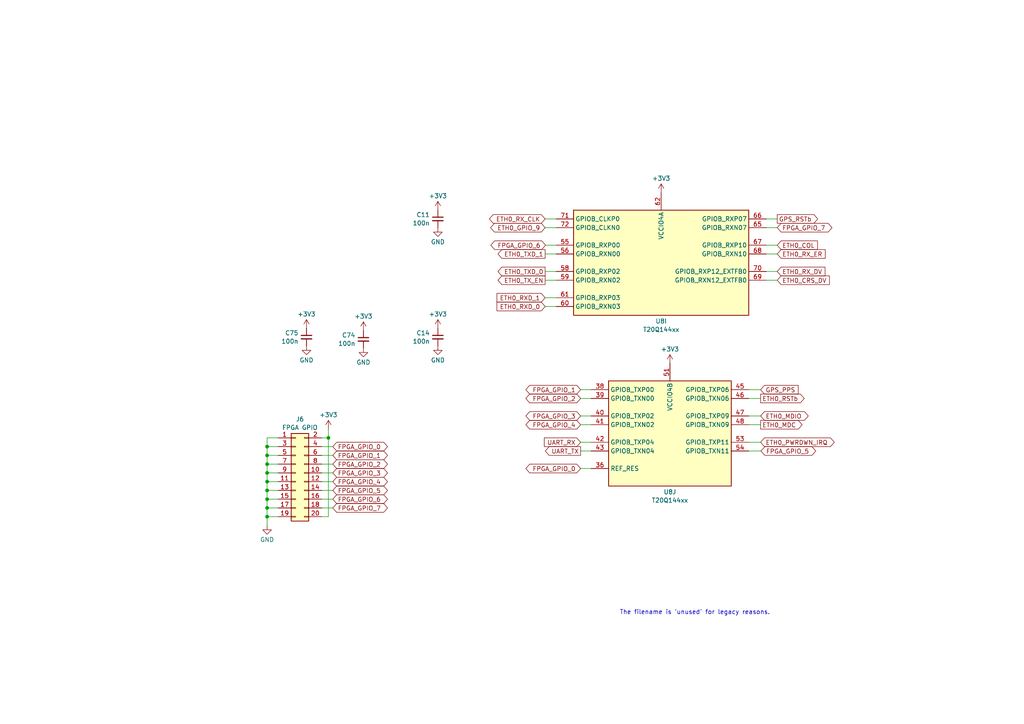
<source format=kicad_sch>
(kicad_sch (version 20230121) (generator eeschema)
  (paper "A4")
  (lib_symbols
    (symbol "Connector_Generic:Conn_02x10_Odd_Even" (pin_names (offset 1.016) hide)
      (property "Reference" "J" (at 1.27 12.7 0))
      (property "Value" "Conn_02x10_Odd_Even" (at 1.27 -15.24 0))
      (symbol "Conn_02x10_Odd_Even_1_1"
        (rectangle (start -1.27 -12.573) (end 0 -12.827) (stroke (width 0.1524)))
        (rectangle (start -1.27 -10.033) (end 0 -10.287) (stroke (width 0.1524)))
        (rectangle (start -1.27 -7.493) (end 0 -7.747) (stroke (width 0.1524)))
        (rectangle (start -1.27 -4.953) (end 0 -5.207) (stroke (width 0.1524)))
        (rectangle (start -1.27 -2.413) (end 0 -2.667) (stroke (width 0.1524)))
        (rectangle (start -1.27 0.127) (end 0 -0.127) (stroke (width 0.1524)))
        (rectangle (start -1.27 2.667) (end 0 2.413) (stroke (width 0.1524)))
        (rectangle (start -1.27 5.207) (end 0 4.953) (stroke (width 0.1524)))
        (rectangle (start -1.27 7.747) (end 0 7.493) (stroke (width 0.1524)))
        (rectangle (start -1.27 10.287) (end 0 10.033) (stroke (width 0.1524)))
        (rectangle (start -1.27 11.43) (end 3.81 -13.97) (stroke (width 0.254)) (fill (type background)))
        (rectangle (start 3.81 -12.573) (end 2.54 -12.827) (stroke (width 0.1524)))
        (rectangle (start 3.81 -10.033) (end 2.54 -10.287) (stroke (width 0.1524)))
        (rectangle (start 3.81 -7.493) (end 2.54 -7.747) (stroke (width 0.1524)))
        (rectangle (start 3.81 -4.953) (end 2.54 -5.207) (stroke (width 0.1524)))
        (rectangle (start 3.81 -2.413) (end 2.54 -2.667) (stroke (width 0.1524)))
        (rectangle (start 3.81 0.127) (end 2.54 -0.127) (stroke (width 0.1524)))
        (rectangle (start 3.81 2.667) (end 2.54 2.413) (stroke (width 0.1524)))
        (rectangle (start 3.81 5.207) (end 2.54 4.953) (stroke (width 0.1524)))
        (rectangle (start 3.81 7.747) (end 2.54 7.493) (stroke (width 0.1524)))
        (rectangle (start 3.81 10.287) (end 2.54 10.033) (stroke (width 0.1524)))
        (pin passive line (at -5.08 10.16 0) (length 3.81) (name "Pin_1") (number "1"))
        (pin passive line (at 7.62 0 180) (length 3.81) (name "Pin_10") (number "10"))
        (pin passive line (at -5.08 -2.54 0) (length 3.81) (name "Pin_11") (number "11"))
        (pin passive line (at 7.62 -2.54 180) (length 3.81) (name "Pin_12") (number "12"))
        (pin passive line (at -5.08 -5.08 0) (length 3.81) (name "Pin_13") (number "13"))
        (pin passive line (at 7.62 -5.08 180) (length 3.81) (name "Pin_14") (number "14"))
        (pin passive line (at -5.08 -7.62 0) (length 3.81) (name "Pin_15") (number "15"))
        (pin passive line (at 7.62 -7.62 180) (length 3.81) (name "Pin_16") (number "16"))
        (pin passive line (at -5.08 -10.16 0) (length 3.81) (name "Pin_17") (number "17"))
        (pin passive line (at 7.62 -10.16 180) (length 3.81) (name "Pin_18") (number "18"))
        (pin passive line (at -5.08 -12.7 0) (length 3.81) (name "Pin_19") (number "19"))
        (pin passive line (at 7.62 10.16 180) (length 3.81) (name "Pin_2") (number "2"))
        (pin passive line (at 7.62 -12.7 180) (length 3.81) (name "Pin_20") (number "20"))
        (pin passive line (at -5.08 7.62 0) (length 3.81) (name "Pin_3") (number "3"))
        (pin passive line (at 7.62 7.62 180) (length 3.81) (name "Pin_4") (number "4"))
        (pin passive line (at -5.08 5.08 0) (length 3.81) (name "Pin_5") (number "5"))
        (pin passive line (at 7.62 5.08 180) (length 3.81) (name "Pin_6") (number "6"))
        (pin passive line (at -5.08 2.54 0) (length 3.81) (name "Pin_7") (number "7"))
        (pin passive line (at 7.62 2.54 180) (length 3.81) (name "Pin_8") (number "8"))
        (pin passive line (at -5.08 0 0) (length 3.81) (name "Pin_9") (number "9"))
      )
    )
    (symbol "Device:C_Small" (pin_numbers hide) (pin_names (offset 0.254) hide)
      (property "Reference" "C" (at 0.254 1.778 0))
      (property "Value" "C_Small" (at 0.254 -2.032 0))
      (symbol "C_Small_0_1"
        (polyline (pts (xy -1.524 -0.508) (xy 1.524 -0.508)) (stroke (width 0.3302)))
        (polyline (pts (xy -1.524 0.508) (xy 1.524 0.508)) (stroke (width 0.3048)))
      )
      (symbol "C_Small_1_1"
        (pin passive line (at 0 2.54 270) (length 2.032) (name "~") (number "1"))
        (pin passive line (at 0 -2.54 90) (length 2.032) (name "~") (number "2"))
      )
    )
    (symbol "FPGA_Efinix_Trion:T8Q144xx"
      (property "Reference" "U" (at -24.13 16.51 0))
      (property "Value" "T8Q144xx" (at 19.05 -16.51 0))
      (symbol "T8Q144xx_1_1"
        (rectangle (start -17.78 12.7) (end 17.78 -12.7) (stroke (width 0.254)) (fill (type background)))
        (pin power_in line (at 0 17.78 270) (length 5.08) (name "VCCIO1A") (number "23"))
        (pin output line (at -22.86 -5.08 0) (length 5.08) (name "TDO") (number "24"))
        (pin input line (at -22.86 -7.62 0) (length 5.08) (name "TMS") (number "25"))
        (pin input line (at -22.86 0 0) (length 5.08) (name "TCK") (number "26"))
        (pin input line (at -22.86 -2.54 0) (length 5.08) (name "TDI") (number "27"))
        (pin bidirectional line (at 22.86 -2.54 180) (length 5.08) (name "GPIOL_09_CDI1") (number "28"))
        (pin bidirectional line (at 22.86 0 180) (length 5.08) (name "GPIOL_08_CDI0") (number "29"))
        (pin bidirectional line (at 22.86 7.62 180) (length 5.08) (name "GPIOL_01_CCK") (number "30"))
        (pin bidirectional line (at 22.86 10.16 180) (length 5.08) (name "GPIOL_00_SS_N") (number "31"))
        (pin bidirectional line (at 22.86 5.08 180) (length 5.08) (name "GPIOL_04_CSI") (number "32"))
        (pin bidirectional line (at 22.86 2.54 180) (length 5.08) (name "GPIOL_05_CSO") (number "33"))
        (pin bidirectional line (at -22.86 10.16 0) (length 5.08) (name "CDONE") (number "34"))
        (pin bidirectional line (at -22.86 5.08 0) (length 5.08) (name "CRESET_N") (number "35"))
      )
      (symbol "T8Q144xx_2_1"
        (rectangle (start -22.86 7.62) (end 22.86 -7.62) (stroke (width 0.254)) (fill (type background)))
        (pin bidirectional line (at 27.94 0 180) (length 5.08) (name "GPIOL_25_CLK1") (number "14"))
        (pin bidirectional line (at 27.94 2.54 180) (length 5.08) (name "GPIOL_24_CLK0") (number "15"))
        (pin bidirectional line (at 27.94 5.08 180) (length 5.08) (name "GPIOL_22_CTRL2") (number "16"))
        (pin bidirectional line (at -27.94 -2.54 0) (length 5.08) (name "GPIOL_21_CTRL1_CDI5") (number "17"))
        (pin bidirectional line (at -27.94 0 0) (length 5.08) (name "GPIOL_20_CTRL0_CDI4") (number "18"))
        (pin bidirectional line (at -27.94 2.54 0) (length 5.08) (name "GPIOL_13_CDI3") (number "19"))
        (pin bidirectional line (at -27.94 5.08 0) (length 5.08) (name "GPIOL_12_CDI2") (number "20"))
        (pin power_in line (at 0 12.7 270) (length 5.08) (name "VCCIO1B") (number "21"))
      )
      (symbol "T8Q144xx_3_1"
        (rectangle (start -22.86 7.62) (end 22.86 -7.62) (stroke (width 0.254)) (fill (type background)))
        (pin bidirectional line (at -27.94 2.54 0) (length 5.08) (name "GPIOL_32_CTRL4_CDI7") (number "10"))
        (pin bidirectional line (at -27.94 5.08 0) (length 5.08) (name "GPIOL_31_CLK7_CDI6") (number "11"))
        (pin power_in line (at 0 12.7 270) (length 5.08) (name "VCCIO1C_1D") (number "12"))
        (pin bidirectional line (at 27.94 2.54 180) (length 5.08) (name "GPIOL_53_CDI10") (number "3"))
        (pin bidirectional line (at 27.94 0 180) (length 5.08) (name "GPIOL_54_CDI11") (number "4"))
        (pin bidirectional line (at 27.94 5.08 180) (length 5.08) (name "GPIOL_46") (number "6"))
        (pin bidirectional line (at -27.94 -2.54 0) (length 5.08) (name "GPIOL_41_CDI9") (number "7"))
        (pin bidirectional line (at -27.94 0 0) (length 5.08) (name "GPIOL_40_CDI8") (number "8"))
      )
      (symbol "T8Q144xx_4_1"
        (rectangle (start -25.4 10.16) (end 25.4 -10.16) (stroke (width 0.254)) (fill (type background)))
        (pin bidirectional line (at 30.48 -5.08 180) (length 5.08) (name "GPIOL_75_PLLIN1") (number "131"))
        (pin bidirectional line (at 30.48 -2.54 180) (length 5.08) (name "GPIOL_74_PLLIN0") (number "132"))
        (pin bidirectional line (at 30.48 0 180) (length 5.08) (name "GPIOL_73_EXTFB1_CDI15") (number "134"))
        (pin bidirectional line (at 30.48 2.54 180) (length 5.08) (name "GPIOL_72_EXTFB0_CDI14") (number "135"))
        (pin bidirectional line (at 30.48 5.08 180) (length 5.08) (name "GPIOL_71_NSTATUS") (number "136"))
        (pin bidirectional line (at 30.48 7.62 180) (length 5.08) (name "GPIOL_70_CBSEL0") (number "137"))
        (pin bidirectional line (at -30.48 -5.08 0) (length 5.08) (name "GPIOL_69_CBSEL1") (number "138"))
        (pin bidirectional line (at -30.48 -2.54 0) (length 5.08) (name "GPIOL_68") (number "139"))
        (pin bidirectional line (at -30.48 0 0) (length 5.08) (name "GPIOL_67_CDI13") (number "140"))
        (pin bidirectional line (at -30.48 5.08 0) (length 5.08) (name "GPIOL_65") (number "141"))
        (pin bidirectional line (at -30.48 2.54 0) (length 5.08) (name "GPIOL_66_CDI12") (number "142"))
        (pin power_in line (at 0 15.24 270) (length 5.08) (name "VCCIO1E") (number "143"))
        (pin bidirectional line (at -30.48 7.62 0) (length 5.08) (name "GPIOL_64") (number "144"))
      )
      (symbol "T8Q144xx_5_1"
        (rectangle (start -25.4 10.16) (end 25.4 -10.16) (stroke (width 0.254)) (fill (type background)))
        (pin bidirectional line (at 30.48 -5.08 180) (length 5.08) (name "GPIOR_88_CDI28") (number "109"))
        (pin bidirectional line (at 30.48 -2.54 180) (length 5.08) (name "GPIOR_87_CDI29") (number "110"))
        (pin bidirectional line (at 30.48 2.54 180) (length 5.08) (name "GPIOR_85") (number "111"))
        (pin bidirectional line (at 30.48 0 180) (length 5.08) (name "GPIOR_86") (number "112"))
        (pin bidirectional line (at 30.48 5.08 180) (length 5.08) (name "GPIOR_84") (number "113"))
        (pin bidirectional line (at 30.48 7.62 180) (length 5.08) (name "GPIOR_83") (number "114"))
        (pin bidirectional line (at -30.48 -7.62 0) (length 5.08) (name "GPIOR_82") (number "115"))
        (pin bidirectional line (at -30.48 -5.08 0) (length 5.08) (name "GPIOR_81_MREFCLK") (number "116"))
        (pin bidirectional line (at -30.48 -2.54 0) (length 5.08) (name "GPIOR_80") (number "117"))
        (pin bidirectional line (at -30.48 0 0) (length 5.08) (name "GPIOR_79_EXTFB1_CDI30") (number "118"))
        (pin bidirectional line (at -30.48 2.54 0) (length 5.08) (name "GPIOR_78_EXTFB0_CDI31") (number "119"))
        (pin power_in line (at 0 15.24 270) (length 5.08) (name "VCCIO3A") (number "122"))
        (pin bidirectional line (at -30.48 5.08 0) (length 5.08) (name "GPIOR_77_PLLIN1") (number "123"))
        (pin bidirectional line (at -30.48 7.62 0) (length 5.08) (name "GPIOR_76_PLLIN0") (number "124"))
      )
      (symbol "T8Q144xx_6_1"
        (rectangle (start -25.4 7.62) (end 25.4 -7.62) (stroke (width 0.254)) (fill (type background)))
        (pin bidirectional line (at 30.48 5.08 180) (length 5.08) (name "GPIOR_113_CDI22") (number "100"))
        (pin bidirectional line (at -30.48 -5.08 0) (length 5.08) (name "GPIOR_112_CDI23") (number "101"))
        (pin bidirectional line (at -30.48 2.54 0) (length 5.08) (name "GPIOR_105_CDI24") (number "102"))
        (pin bidirectional line (at -30.48 5.08 0) (length 5.08) (name "GPIOR_104_CDI25") (number "103"))
        (pin bidirectional line (at -30.48 -2.54 0) (length 5.08) (name "GPIOR_95_CDI26") (number "105"))
        (pin bidirectional line (at -30.48 0 0) (length 5.08) (name "GPIOR_94_CDI27") (number "106"))
        (pin bidirectional line (at 30.48 -5.08 180) (length 5.08) (name "GPIOR_123_CLK12_CDI20") (number "93"))
        (pin power_in line (at 0 12.7 270) (length 5.08) (name "VCCIO3B_3C") (number "95"))
        (pin bidirectional line (at 30.48 -2.54 180) (length 5.08) (name "GPIOR_122_CLK13_CDI21") (number "97"))
        (pin bidirectional line (at 30.48 0 180) (length 5.08) (name "GPIOR_117_CTRL14") (number "98"))
        (pin bidirectional line (at 30.48 2.54 180) (length 5.08) (name "GPIOR_116_CTRL15") (number "99"))
      )
      (symbol "T8Q144xx_7_1"
        (rectangle (start -22.86 7.62) (end 22.86 -7.62) (stroke (width 0.254)) (fill (type background)))
        (pin bidirectional line (at 27.94 -2.54 180) (length 5.08) (name "GPIOR_139") (number "81"))
        (pin bidirectional line (at 27.94 0 180) (length 5.08) (name "GPIOR_138") (number "82"))
        (pin bidirectional line (at 27.94 2.54 180) (length 5.08) (name "GPIOR_136_CDI16") (number "83"))
        (pin bidirectional line (at 27.94 5.08 180) (length 5.08) (name "GPIOR_135_CDI17") (number "84"))
        (pin bidirectional line (at -27.94 -5.08 0) (length 5.08) (name "GPIOR_133_CDI18") (number "86"))
        (pin bidirectional line (at -27.94 -2.54 0) (length 5.08) (name "GPIOR_132_CDI19") (number "87"))
        (pin bidirectional line (at -27.94 0 0) (length 5.08) (name "GPIOR_129_CTRL10") (number "89"))
        (pin bidirectional line (at -27.94 2.54 0) (length 5.08) (name "GPIOR_128_CTRL11") (number "90"))
        (pin power_in line (at 0 12.7 270) (length 5.08) (name "VCCIO3D") (number "91"))
        (pin bidirectional line (at -27.94 5.08 0) (length 5.08) (name "GPIOR_125_CLK10") (number "92"))
      )
      (symbol "T8Q144xx_8_1"
        (rectangle (start -22.86 7.62) (end 22.86 -7.62) (stroke (width 0.254)) (fill (type background)))
        (pin bidirectional line (at 27.94 0 180) (length 5.08) (name "GPIOR_158_TEST_N") (number "74"))
        (pin bidirectional line (at 27.94 2.54 180) (length 5.08) (name "GPIOR_157_PLLIN") (number "75"))
        (pin bidirectional line (at 27.94 5.08 180) (length 5.08) (name "GPIOR_155") (number "76"))
        (pin bidirectional line (at -27.94 -2.54 0) (length 5.08) (name "GPIOR_154") (number "77"))
        (pin bidirectional line (at -27.94 0 0) (length 5.08) (name "GPIOR_151_CBUS0") (number "78"))
        (pin bidirectional line (at -27.94 2.54 0) (length 5.08) (name "GPIOR_150_CBUS1") (number "79"))
        (pin bidirectional line (at -27.94 5.08 0) (length 5.08) (name "GPIOR_149_CBUS2") (number "80"))
        (pin power_in line (at 0 12.7 270) (length 5.08) (name "VCCIO3E") (number "88"))
      )
      (symbol "T8Q144xx_9_1"
        (rectangle (start -25.4 15.24) (end 25.4 -15.24) (stroke (width 0.254)) (fill (type background)))
        (pin bidirectional line (at -30.48 5.08 0) (length 5.08) (name "GPIOB_RXP00") (number "55"))
        (pin bidirectional line (at -30.48 2.54 0) (length 5.08) (name "GPIOB_RXN00") (number "56"))
        (pin bidirectional line (at -30.48 -2.54 0) (length 5.08) (name "GPIOB_RXP02") (number "58"))
        (pin bidirectional line (at -30.48 -5.08 0) (length 5.08) (name "GPIOB_RXN02") (number "59"))
        (pin bidirectional line (at -30.48 -12.7 0) (length 5.08) (name "GPIOB_RXN03") (number "60"))
        (pin bidirectional line (at -30.48 -10.16 0) (length 5.08) (name "GPIOB_RXP03") (number "61"))
        (pin power_in line (at 0 20.32 270) (length 5.08) (name "VCCIO4A") (number "62"))
        (pin passive line (at 0 20.32 270) (length 5.08) hide (name "VCCIO4A") (number "63"))
        (pin bidirectional line (at 30.48 10.16 180) (length 5.08) (name "GPIOB_RXN07") (number "65"))
        (pin bidirectional line (at 30.48 12.7 180) (length 5.08) (name "GPIOB_RXP07") (number "66"))
        (pin bidirectional line (at 30.48 5.08 180) (length 5.08) (name "GPIOB_RXP10") (number "67"))
        (pin bidirectional line (at 30.48 2.54 180) (length 5.08) (name "GPIOB_RXN10") (number "68"))
        (pin bidirectional line (at 30.48 -5.08 180) (length 5.08) (name "GPIOB_RXN12_EXTFB0") (number "69"))
        (pin bidirectional line (at 30.48 -2.54 180) (length 5.08) (name "GPIOB_RXP12_EXTFB0") (number "70"))
        (pin bidirectional line (at -30.48 12.7 0) (length 5.08) (name "GPIOB_CLKP0") (number "71"))
        (pin bidirectional line (at -30.48 10.16 0) (length 5.08) (name "GPIOB_CLKN0") (number "72"))
      )
      (symbol "T8Q144xx_10_1"
        (rectangle (start -17.78 15.24) (end 17.78 -15.24) (stroke (width 0.254)) (fill (type background)))
        (pin passive line (at -22.86 -10.16 0) (length 5.08) (name "REF_RES") (number "36"))
        (pin bidirectional line (at -22.86 12.7 0) (length 5.08) (name "GPIOB_TXP00") (number "38"))
        (pin bidirectional line (at -22.86 10.16 0) (length 5.08) (name "GPIOB_TXN00") (number "39"))
        (pin bidirectional line (at -22.86 5.08 0) (length 5.08) (name "GPIOB_TXP02") (number "40"))
        (pin bidirectional line (at -22.86 2.54 0) (length 5.08) (name "GPIOB_TXN02") (number "41"))
        (pin bidirectional line (at -22.86 -2.54 0) (length 5.08) (name "GPIOB_TXP04") (number "42"))
        (pin bidirectional line (at -22.86 -5.08 0) (length 5.08) (name "GPIOB_TXN04") (number "43"))
        (pin bidirectional line (at 22.86 12.7 180) (length 5.08) (name "GPIOB_TXP06") (number "45"))
        (pin bidirectional line (at 22.86 10.16 180) (length 5.08) (name "GPIOB_TXN06") (number "46"))
        (pin bidirectional line (at 22.86 5.08 180) (length 5.08) (name "GPIOB_TXP09") (number "47"))
        (pin bidirectional line (at 22.86 2.54 180) (length 5.08) (name "GPIOB_TXN09") (number "48"))
        (pin power_in line (at 0 20.32 270) (length 5.08) (name "VCCIO4B") (number "51"))
        (pin passive line (at 0 20.32 270) (length 5.08) hide (name "VCCIO4B") (number "52"))
        (pin bidirectional line (at 22.86 -2.54 180) (length 5.08) (name "GPIOB_TXP11") (number "53"))
        (pin bidirectional line (at 22.86 -5.08 180) (length 5.08) (name "GPIOB_TXN11") (number "54"))
      )
      (symbol "T8Q144xx_11_1"
        (rectangle (start -17.78 7.62) (end 17.78 -7.62) (stroke (width 0.254)) (fill (type background)))
        (pin power_in line (at 0 -12.7 90) (length 5.08) (name "GND") (number "1"))
        (pin passive line (at 0 -12.7 90) (length 5.08) hide (name "GND") (number "104"))
        (pin power_in line (at 15.24 12.7 270) (length 5.08) (name "VCCA_TR") (number "107"))
        (pin passive line (at 0 -12.7 90) (length 5.08) hide (name "GND") (number "108"))
        (pin passive line (at 0 -12.7 90) (length 5.08) hide (name "GND") (number "120"))
        (pin passive line (at 0 -12.7 90) (length 5.08) hide (name "GND") (number "121"))
        (pin power_in line (at 0 12.7 270) (length 5.08) (name "VCC") (number "125"))
        (pin passive line (at 0 -12.7 90) (length 5.08) hide (name "GND") (number "126"))
        (pin passive line (at 0 -12.7 90) (length 5.08) hide (name "GND") (number "127"))
        (pin power_in line (at 2.54 12.7 270) (length 5.08) (name "VCC") (number "128"))
        (pin passive line (at 0 -12.7 90) (length 5.08) hide (name "GND") (number "129"))
        (pin power_in line (at -15.24 12.7 270) (length 5.08) (name "VCC") (number "13"))
        (pin power_in line (at 5.08 12.7 270) (length 5.08) (name "VCC") (number "130"))
        (pin passive line (at 0 -12.7 90) (length 5.08) hide (name "GND") (number "133"))
        (pin power_in line (at 12.7 12.7 270) (length 5.08) (name "VCCA_TL") (number "2"))
        (pin power_in line (at -12.7 12.7 270) (length 5.08) (name "VCC") (number "22"))
        (pin passive line (at 0 -12.7 90) (length 5.08) hide (name "GND") (number "37"))
        (pin passive line (at 0 -12.7 90) (length 5.08) hide (name "GND") (number "44"))
        (pin power_in line (at -10.16 12.7 270) (length 5.08) (name "VCC") (number "49"))
        (pin passive line (at 0 -12.7 90) (length 5.08) hide (name "GND") (number "5"))
        (pin passive line (at 0 -12.7 90) (length 5.08) hide (name "GND") (number "50"))
        (pin power_in line (at -7.62 12.7 270) (length 5.08) (name "VCC") (number "57"))
        (pin passive line (at 0 -12.7 90) (length 5.08) hide (name "GND") (number "64"))
        (pin power_in line (at 10.16 12.7 270) (length 5.08) (name "VCCA_BR") (number "73"))
        (pin power_in line (at -5.08 12.7 270) (length 5.08) (name "VCC") (number "85"))
        (pin passive line (at 0 -12.7 90) (length 5.08) hide (name "GND") (number "9"))
        (pin passive line (at 0 -12.7 90) (length 5.08) hide (name "GND") (number "94"))
        (pin power_in line (at -2.54 12.7 270) (length 5.08) (name "VCC") (number "96"))
      )
    )
    (symbol "power:+3V3" (power) (pin_names (offset 0))
      (property "Value" "+3V3" (at 0 3.556 0))
      (symbol "+3V3_0_1"
        (polyline (pts (xy -0.762 1.27) (xy 0 2.54)))
        (polyline (pts (xy 0 0) (xy 0 2.54)))
        (polyline (pts (xy 0 2.54) (xy 0.762 1.27)))
      )
      (symbol "+3V3_1_1"
        (pin power_in line (at 0 0 90) (length 0) hide (name "+3V3") (number "1"))
      )
    )
    (symbol "power:GND" (power) (pin_names (offset 0))
      (property "Value" "GND" (at 0 -3.81 0))
      (symbol "GND_0_1"
        (polyline (pts (xy 0 0) (xy 0 -1.27) (xy 1.27 -1.27) (xy 0 -2.54) (xy -1.27 -1.27) (xy 0 -1.27)))
      )
      (symbol "GND_1_1"
        (pin power_in line (at 0 0 270) (length 0) hide (name "GND") (number "1"))
      )
    )
  )
  (junction (at 77.47 132.08))
  (junction (at 77.47 142.24))
  (junction (at 77.47 144.78))
  (junction (at 77.47 139.7))
  (junction (at 77.47 137.16))
  (junction (at 77.47 134.62))
  (junction (at 77.47 147.32))
  (junction (at 77.47 149.86))
  (junction (at 95.25 127))
  (junction (at 77.47 129.54))
  (wire (pts (xy 222.25 73.66) (xy 225.425 73.66)))
  (wire (pts (xy 217.17 120.65) (xy 220.599 120.65)))
  (wire (pts (xy 77.47 134.62) (xy 80.645 134.62)))
  (wire (pts (xy 217.17 115.57) (xy 220.599 115.57)))
  (wire (pts (xy 93.345 132.08) (xy 96.52 132.08)))
  (wire (pts (xy 77.47 144.78) (xy 77.47 147.32)))
  (wire (pts (xy 222.25 81.28) (xy 225.425 81.28)))
  (wire (pts (xy 93.345 134.62) (xy 96.52 134.62)))
  (wire (pts (xy 168.402 113.03) (xy 171.45 113.03)))
  (wire (pts (xy 77.47 144.78) (xy 80.645 144.78)))
  (wire (pts (xy 77.47 147.32) (xy 80.645 147.32)))
  (wire (pts (xy 168.402 123.19) (xy 171.45 123.19)))
  (wire (pts (xy 93.345 129.54) (xy 96.52 129.54)))
  (wire (pts (xy 217.17 128.27) (xy 220.599 128.27)))
  (wire (pts (xy 222.25 78.74) (xy 225.425 78.74)))
  (wire (pts (xy 77.47 132.08) (xy 80.645 132.08)))
  (wire (pts (xy 77.47 137.16) (xy 80.645 137.16)))
  (wire (pts (xy 77.47 129.54) (xy 80.645 129.54)))
  (wire (pts (xy 158.115 88.9) (xy 161.29 88.9)))
  (wire (pts (xy 168.402 115.57) (xy 171.45 115.57)))
  (wire (pts (xy 77.47 139.7) (xy 77.47 142.24)))
  (wire (pts (xy 93.345 142.24) (xy 96.52 142.24)))
  (wire (pts (xy 77.47 137.16) (xy 77.47 139.7)))
  (wire (pts (xy 158.115 73.66) (xy 161.29 73.66)))
  (wire (pts (xy 158.115 81.28) (xy 161.29 81.28)))
  (wire (pts (xy 95.25 149.86) (xy 95.25 127)))
  (wire (pts (xy 77.47 127) (xy 77.47 129.54)))
  (wire (pts (xy 222.25 71.12) (xy 225.425 71.12)))
  (wire (pts (xy 77.47 142.24) (xy 77.47 144.78)))
  (wire (pts (xy 93.345 144.78) (xy 96.52 144.78)))
  (wire (pts (xy 93.345 147.32) (xy 96.52 147.32)))
  (wire (pts (xy 158.242 71.12) (xy 161.29 71.12)))
  (wire (pts (xy 93.345 139.7) (xy 96.52 139.7)))
  (wire (pts (xy 222.25 66.04) (xy 225.425 66.04)))
  (wire (pts (xy 77.47 149.86) (xy 77.47 152.4)))
  (wire (pts (xy 217.17 123.19) (xy 220.599 123.19)))
  (wire (pts (xy 158.115 78.74) (xy 161.29 78.74)))
  (wire (pts (xy 77.47 127) (xy 80.645 127)))
  (wire (pts (xy 158.115 63.5) (xy 161.29 63.5)))
  (wire (pts (xy 158.115 86.36) (xy 161.29 86.36)))
  (wire (pts (xy 222.25 63.5) (xy 225.425 63.5)))
  (wire (pts (xy 77.47 139.7) (xy 80.645 139.7)))
  (wire (pts (xy 158.115 66.04) (xy 161.29 66.04)))
  (wire (pts (xy 77.47 134.62) (xy 77.47 137.16)))
  (wire (pts (xy 93.345 149.86) (xy 95.25 149.86)))
  (wire (pts (xy 77.47 132.08) (xy 77.47 134.62)))
  (wire (pts (xy 77.47 147.32) (xy 77.47 149.86)))
  (wire (pts (xy 168.402 130.81) (xy 171.45 130.81)))
  (wire (pts (xy 77.47 129.54) (xy 77.47 132.08)))
  (wire (pts (xy 77.47 149.86) (xy 80.645 149.86)))
  (wire (pts (xy 77.47 142.24) (xy 80.645 142.24)))
  (wire (pts (xy 168.402 120.65) (xy 171.45 120.65)))
  (wire (pts (xy 168.402 128.27) (xy 171.45 128.27)))
  (wire (pts (xy 95.25 124.46) (xy 95.25 127)))
  (wire (pts (xy 168.402 135.89) (xy 171.45 135.89)))
  (wire (pts (xy 217.17 113.03) (xy 220.599 113.03)))
  (wire (pts (xy 217.17 130.81) (xy 220.726 130.81)))
  (wire (pts (xy 95.25 127) (xy 93.345 127)))
  (wire (pts (xy 93.345 137.16) (xy 96.52 137.16)))
  (text "The filename is 'unused' for legacy reasons." (at 179.705 178.435 0) (effects (font (size 1.27 1.27)) (justify left bottom)))
  (global_label "FPGA_GPIO_7" (shape bidirectional) (at 225.425 66.04 0) (property "Intersheetrefs" "${INTERSHEET_REFS}" (effects hide)))
  (global_label "ETH0_TXD_1" (shape output) (at 158.115 73.66 180) (property "Intersheetrefs" "${INTERSHEET_REFS}" (effects hide)))
  (global_label "ETH0_RX_CLK" (shape bidirectional) (at 158.115 63.5 180) (property "Intersheetrefs" "${INTERSHEET_REFS}" (effects hide)))
  (global_label "FPGA_GPIO_5" (shape bidirectional) (at 220.726 130.81 0) (property "Intersheetrefs" "${INTERSHEET_REFS}" (effects hide)))
  (global_label "FPGA_GPIO_2" (shape bidirectional) (at 168.402 115.57 180) (property "Intersheetrefs" "${INTERSHEET_REFS}" (effects hide)))
  (global_label "FPGA_GPIO_3" (shape bidirectional) (at 96.52 137.16 0) (property "Intersheetrefs" "${INTERSHEET_REFS}" (effects hide)))
  (global_label "UART_RX" (shape input) (at 168.402 128.27 180) (property "Intersheetrefs" "${INTERSHEET_REFS}" (effects hide)))
  (global_label "FPGA_GPIO_0" (shape bidirectional) (at 168.402 135.89 180) (property "Intersheetrefs" "${INTERSHEET_REFS}" (effects hide)))
  (global_label "FPGA_GPIO_4" (shape bidirectional) (at 168.402 123.19 180) (property "Intersheetrefs" "${INTERSHEET_REFS}" (effects hide)))
  (global_label "ETH0_RXD_1" (shape input) (at 158.115 86.36 180) (property "Intersheetrefs" "${INTERSHEET_REFS}" (effects hide)))
  (global_label "ETH0_RSTb" (shape output) (at 220.599 115.57 0) (property "Intersheetrefs" "${INTERSHEET_REFS}" (effects hide)))
  (global_label "ETH0_TXD_0" (shape output) (at 158.115 78.74 180) (property "Intersheetrefs" "${INTERSHEET_REFS}" (effects hide)))
  (global_label "FPGA_GPIO_0" (shape bidirectional) (at 96.52 129.54 0) (property "Intersheetrefs" "${INTERSHEET_REFS}" (effects hide)))
  (global_label "ETH0_RX_ER" (shape input) (at 225.425 73.66 0) (property "Intersheetrefs" "${INTERSHEET_REFS}" (effects hide)))
  (global_label "ETH0_GPIO_9" (shape bidirectional) (at 158.115 66.04 180) (property "Intersheetrefs" "${INTERSHEET_REFS}" (effects hide)))
  (global_label "FPGA_GPIO_6" (shape bidirectional) (at 96.52 144.78 0) (property "Intersheetrefs" "${INTERSHEET_REFS}" (effects hide)))
  (global_label "UART_TX" (shape output) (at 168.402 130.81 180) (property "Intersheetrefs" "${INTERSHEET_REFS}" (effects hide)))
  (global_label "ETH0_MDC" (shape output) (at 220.599 123.19 0) (property "Intersheetrefs" "${INTERSHEET_REFS}" (effects hide)))
  (global_label "FPGA_GPIO_7" (shape bidirectional) (at 96.52 147.32 0) (property "Intersheetrefs" "${INTERSHEET_REFS}" (effects hide)))
  (global_label "ETH0_CRS_DV" (shape input) (at 225.425 81.28 0) (property "Intersheetrefs" "${INTERSHEET_REFS}" (effects hide)))
  (global_label "FPGA_GPIO_3" (shape bidirectional) (at 168.402 120.65 180) (property "Intersheetrefs" "${INTERSHEET_REFS}" (effects hide)))
  (global_label "FPGA_GPIO_4" (shape bidirectional) (at 96.52 139.7 0) (property "Intersheetrefs" "${INTERSHEET_REFS}" (effects hide)))
  (global_label "ETH0_COL" (shape input) (at 225.425 71.12 0) (property "Intersheetrefs" "${INTERSHEET_REFS}" (effects hide)))
  (global_label "ETH0_TX_EN" (shape output) (at 158.115 81.28 180) (property "Intersheetrefs" "${INTERSHEET_REFS}" (effects hide)))
  (global_label "FPGA_GPIO_6" (shape bidirectional) (at 158.242 71.12 180) (property "Intersheetrefs" "${INTERSHEET_REFS}" (effects hide)))
  (global_label "ETH0_RXD_0" (shape input) (at 158.115 88.9 180) (property "Intersheetrefs" "${INTERSHEET_REFS}" (effects hide)))
  (global_label "FPGA_GPIO_1" (shape bidirectional) (at 168.402 113.03 180) (property "Intersheetrefs" "${INTERSHEET_REFS}" (effects hide)))
  (global_label "FPGA_GPIO_1" (shape bidirectional) (at 96.52 132.08 0) (property "Intersheetrefs" "${INTERSHEET_REFS}" (effects hide)))
  (global_label "GPS_RSTb" (shape output) (at 225.425 63.5 0) (property "Intersheetrefs" "${INTERSHEET_REFS}" (effects hide)))
  (global_label "ETH0_RX_DV" (shape input) (at 225.425 78.74 0) (property "Intersheetrefs" "${INTERSHEET_REFS}" (effects hide)))
  (global_label "GPS_PPS" (shape input) (at 220.599 113.03 0) (property "Intersheetrefs" "${INTERSHEET_REFS}" (effects hide)))
  (global_label "FPGA_GPIO_5" (shape bidirectional) (at 96.52 142.24 0) (property "Intersheetrefs" "${INTERSHEET_REFS}" (effects hide)))
  (global_label "FPGA_GPIO_2" (shape bidirectional) (at 96.52 134.62 0) (property "Intersheetrefs" "${INTERSHEET_REFS}" (effects hide)))
  (global_label "ETH0_MDIO" (shape bidirectional) (at 220.599 120.65 0) (property "Intersheetrefs" "${INTERSHEET_REFS}" (effects hide)))
  (global_label "ETH0_PWRDWN_IRQ" (shape bidirectional) (at 220.599 128.27 0) (property "Intersheetrefs" "${INTERSHEET_REFS}" (effects hide)))
  (symbol (lib_id "power:GND") (at 88.9 100.33 0) (unit 1)
    (property "Reference" "#PWR099" (effects hide))
    (property "Value" "GND" (at 88.9 104.4631 0))
  )
  (symbol (lib_id "power:+3V3") (at 191.77 55.88 0) (unit 1)
    (property "Reference" "#PWR01" (effects hide))
    (property "Value" "+3V3" (at 191.77 51.7469 0))
  )
  (symbol (lib_id "Device:C_Small") (at 88.9 97.79 0) (mirror y) (unit 1)
    (property "Reference" "C75" (at 86.5759 96.5842 0) (effects (justify left)))
    (property "Value" "100n" (at 86.5759 99.0084 0) (effects (justify left)))
    (property "Footprint" "Capacitor_SMD:C_0603_1608Metric" (effects hide))
    (property "Manufacturer" "Samsung" (effects hide))
    (property "Part" "CL10B104KB8NFN" (effects hide))
  )
  (symbol (lib_id "power:+3V3") (at 105.41 95.885 0) (unit 1)
    (property "Reference" "#PWR088" (effects hide))
    (property "Value" "+3V3" (at 105.41 91.7519 0))
  )
  (symbol (lib_id "power:+3V3") (at 194.31 105.41 0) (unit 1)
    (property "Reference" "#PWR02" (effects hide))
    (property "Value" "+3V3" (at 194.31 101.2769 0))
  )
  (symbol (lib_id "power:GND") (at 77.47 152.4 0) (unit 1)
    (property "Reference" "#PWR083" (effects hide))
    (property "Value" "GND" (at 77.47 156.5331 0))
  )
  (symbol (lib_id "Device:C_Small") (at 127 63.5 0) (mirror y) (unit 1)
    (property "Reference" "C11" (at 124.6759 62.2942 0) (effects (justify left)))
    (property "Value" "100n" (at 124.6759 64.7184 0) (effects (justify left)))
    (property "Footprint" "Capacitor_SMD:C_0603_1608Metric" (effects hide))
    (property "Manufacturer" "Samsung" (effects hide))
    (property "Part" "CL10B104KB8NFN" (effects hide))
  )
  (symbol (lib_id "power:GND") (at 127 66.04 0) (unit 1)
    (property "Reference" "#PWR027" (effects hide))
    (property "Value" "GND" (at 127 70.1731 0))
  )
  (symbol (lib_id "Connector_Generic:Conn_02x10_Odd_Even") (at 85.725 137.16 0) (unit 1)
    (property "Reference" "J6" (at 86.995 121.5857 0))
    (property "Value" "FPGA GPIO" (at 86.995 124.0099 0))
    (property "Footprint" "Connector_PinHeader_2.54mm:PinHeader_2x10_P2.54mm_Vertical" (effects hide))
    (property "Manufacturer" "Adam Tech" (effects hide))
    (property "Part" "PH2-20-UA" (effects hide))
  )
  (symbol (lib_id "FPGA_Efinix_Trion:T8Q144xx") (at 194.31 125.73 0) (unit 10)
    (property "Reference" "U8" (at 194.31 142.6901 0))
    (property "Value" "T20Q144xx" (at 194.31 145.1143 0))
    (property "Footprint" "Package_QFP:LQFP-144_20x20mm_P0.5mm" (effects hide))
    (property "Datasheet" "https://www.efinixinc.com/docs/trion8-ds-v4.4.pdf" (effects hide))
    (property "Manufacturer" "Efinix" (effects hide))
    (property "Part" "T20Q144C4" (effects hide))
  )
  (symbol (lib_id "power:+3V3") (at 95.25 124.46 0) (unit 1)
    (property "Reference" "#PWR084" (effects hide))
    (property "Value" "+3V3" (at 95.25 120.3269 0))
  )
  (symbol (lib_id "power:+3V3") (at 127 60.96 0) (unit 1)
    (property "Reference" "#PWR026" (effects hide))
    (property "Value" "+3V3" (at 127 56.8269 0))
  )
  (symbol (lib_id "power:+3V3") (at 127 95.25 0) (unit 1)
    (property "Reference" "#PWR028" (effects hide))
    (property "Value" "+3V3" (at 127 91.1169 0))
  )
  (symbol (lib_id "power:GND") (at 105.41 100.965 0) (unit 1)
    (property "Reference" "#PWR097" (effects hide))
    (property "Value" "GND" (at 105.41 105.0981 0))
  )
  (symbol (lib_id "power:GND") (at 127 100.33 0) (unit 1)
    (property "Reference" "#PWR029" (effects hide))
    (property "Value" "GND" (at 127 104.4631 0))
  )
  (symbol (lib_id "FPGA_Efinix_Trion:T8Q144xx") (at 191.77 76.2 0) (unit 9)
    (property "Reference" "U8" (at 191.77 93.1601 0))
    (property "Value" "T20Q144xx" (at 191.77 95.5843 0))
    (property "Footprint" "Package_QFP:LQFP-144_20x20mm_P0.5mm" (effects hide))
    (property "Datasheet" "https://www.efinixinc.com/docs/trion8-ds-v4.4.pdf" (effects hide))
    (property "Manufacturer" "Efinix" (effects hide))
    (property "Part" "T20Q144C4" (effects hide))
  )
  (symbol (lib_id "Device:C_Small") (at 127 97.79 0) (mirror y) (unit 1)
    (property "Reference" "C14" (at 124.6759 96.5842 0) (effects (justify left)))
    (property "Value" "100n" (at 124.6759 99.0084 0) (effects (justify left)))
    (property "Footprint" "Capacitor_SMD:C_0603_1608Metric" (effects hide))
    (property "Manufacturer" "Samsung" (effects hide))
    (property "Part" "CL10B104KB8NFN" (effects hide))
  )
  (symbol (lib_id "Device:C_Small") (at 105.41 98.425 0) (mirror y) (unit 1)
    (property "Reference" "C74" (at 103.0859 97.2192 0) (effects (justify left)))
    (property "Value" "100n" (at 103.0859 99.6434 0) (effects (justify left)))
    (property "Footprint" "Capacitor_SMD:C_0603_1608Metric" (effects hide))
    (property "Manufacturer" "Samsung" (effects hide))
    (property "Part" "CL10B104KB8NFN" (effects hide))
  )
  (symbol (lib_id "power:+3V3") (at 88.9 95.25 0) (unit 1)
    (property "Reference" "#PWR098" (effects hide))
    (property "Value" "+3V3" (at 88.9 91.1169 0))
  )
)
</source>
